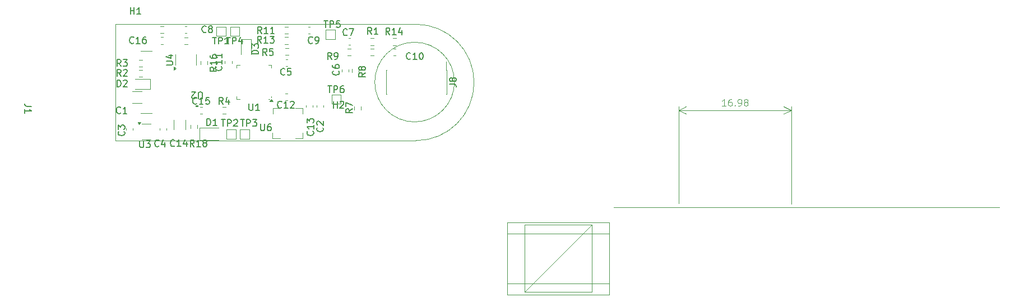
<source format=gbr>
%TF.GenerationSoftware,KiCad,Pcbnew,9.0.2*%
%TF.CreationDate,2025-10-12T11:55:11+02:00*%
%TF.ProjectId,synthmate_L432,73796e74-686d-4617-9465-5f4c3433322e,rev?*%
%TF.SameCoordinates,Original*%
%TF.FileFunction,Legend,Top*%
%TF.FilePolarity,Positive*%
%FSLAX46Y46*%
G04 Gerber Fmt 4.6, Leading zero omitted, Abs format (unit mm)*
G04 Created by KiCad (PCBNEW 9.0.2) date 2025-10-12 11:55:11*
%MOMM*%
%LPD*%
G01*
G04 APERTURE LIST*
%ADD10C,0.100000*%
%ADD11C,0.150000*%
%ADD12C,0.120000*%
%ADD13C,0.000000*%
G04 APERTURE END LIST*
D10*
X166290000Y-65900000D02*
X224600000Y-65900000D01*
X136440000Y-38270000D02*
X91060000Y-38270000D01*
X152845000Y-68595000D02*
X163005000Y-68595000D01*
X163005000Y-78755000D01*
X152845000Y-78755000D01*
X152845000Y-68595000D01*
X91060000Y-38270000D02*
X91060000Y-55850000D01*
X150200000Y-69925000D02*
X165650000Y-69925000D01*
X165650000Y-77425000D01*
X150200000Y-77425000D01*
X150200000Y-69925000D01*
X152845000Y-78755000D02*
X163005000Y-68595000D01*
X142270133Y-47000000D02*
G75*
G02*
X130229867Y-47000000I-6020133J0D01*
G01*
X130229867Y-47000000D02*
G75*
G02*
X142270133Y-47000000I6020133J0D01*
G01*
X91060000Y-55850000D02*
X136440000Y-55850000D01*
X136440000Y-38270000D02*
G75*
G02*
X136440000Y-55850000I0J-8790000D01*
G01*
X150200000Y-68250000D02*
X165650000Y-68250000D01*
X165650000Y-79100000D01*
X150200000Y-79100000D01*
X150200000Y-68250000D01*
X183259047Y-50597419D02*
X182687619Y-50597419D01*
X182973333Y-50597419D02*
X182973333Y-49597419D01*
X182973333Y-49597419D02*
X182878095Y-49740276D01*
X182878095Y-49740276D02*
X182782857Y-49835514D01*
X182782857Y-49835514D02*
X182687619Y-49883133D01*
X184116190Y-49597419D02*
X183925714Y-49597419D01*
X183925714Y-49597419D02*
X183830476Y-49645038D01*
X183830476Y-49645038D02*
X183782857Y-49692657D01*
X183782857Y-49692657D02*
X183687619Y-49835514D01*
X183687619Y-49835514D02*
X183640000Y-50025990D01*
X183640000Y-50025990D02*
X183640000Y-50406942D01*
X183640000Y-50406942D02*
X183687619Y-50502180D01*
X183687619Y-50502180D02*
X183735238Y-50549800D01*
X183735238Y-50549800D02*
X183830476Y-50597419D01*
X183830476Y-50597419D02*
X184020952Y-50597419D01*
X184020952Y-50597419D02*
X184116190Y-50549800D01*
X184116190Y-50549800D02*
X184163809Y-50502180D01*
X184163809Y-50502180D02*
X184211428Y-50406942D01*
X184211428Y-50406942D02*
X184211428Y-50168847D01*
X184211428Y-50168847D02*
X184163809Y-50073609D01*
X184163809Y-50073609D02*
X184116190Y-50025990D01*
X184116190Y-50025990D02*
X184020952Y-49978371D01*
X184020952Y-49978371D02*
X183830476Y-49978371D01*
X183830476Y-49978371D02*
X183735238Y-50025990D01*
X183735238Y-50025990D02*
X183687619Y-50073609D01*
X183687619Y-50073609D02*
X183640000Y-50168847D01*
X184640000Y-50502180D02*
X184687619Y-50549800D01*
X184687619Y-50549800D02*
X184640000Y-50597419D01*
X184640000Y-50597419D02*
X184592381Y-50549800D01*
X184592381Y-50549800D02*
X184640000Y-50502180D01*
X184640000Y-50502180D02*
X184640000Y-50597419D01*
X185163809Y-50597419D02*
X185354285Y-50597419D01*
X185354285Y-50597419D02*
X185449523Y-50549800D01*
X185449523Y-50549800D02*
X185497142Y-50502180D01*
X185497142Y-50502180D02*
X185592380Y-50359323D01*
X185592380Y-50359323D02*
X185639999Y-50168847D01*
X185639999Y-50168847D02*
X185639999Y-49787895D01*
X185639999Y-49787895D02*
X185592380Y-49692657D01*
X185592380Y-49692657D02*
X185544761Y-49645038D01*
X185544761Y-49645038D02*
X185449523Y-49597419D01*
X185449523Y-49597419D02*
X185259047Y-49597419D01*
X185259047Y-49597419D02*
X185163809Y-49645038D01*
X185163809Y-49645038D02*
X185116190Y-49692657D01*
X185116190Y-49692657D02*
X185068571Y-49787895D01*
X185068571Y-49787895D02*
X185068571Y-50025990D01*
X185068571Y-50025990D02*
X185116190Y-50121228D01*
X185116190Y-50121228D02*
X185163809Y-50168847D01*
X185163809Y-50168847D02*
X185259047Y-50216466D01*
X185259047Y-50216466D02*
X185449523Y-50216466D01*
X185449523Y-50216466D02*
X185544761Y-50168847D01*
X185544761Y-50168847D02*
X185592380Y-50121228D01*
X185592380Y-50121228D02*
X185639999Y-50025990D01*
X186211428Y-50025990D02*
X186116190Y-49978371D01*
X186116190Y-49978371D02*
X186068571Y-49930752D01*
X186068571Y-49930752D02*
X186020952Y-49835514D01*
X186020952Y-49835514D02*
X186020952Y-49787895D01*
X186020952Y-49787895D02*
X186068571Y-49692657D01*
X186068571Y-49692657D02*
X186116190Y-49645038D01*
X186116190Y-49645038D02*
X186211428Y-49597419D01*
X186211428Y-49597419D02*
X186401904Y-49597419D01*
X186401904Y-49597419D02*
X186497142Y-49645038D01*
X186497142Y-49645038D02*
X186544761Y-49692657D01*
X186544761Y-49692657D02*
X186592380Y-49787895D01*
X186592380Y-49787895D02*
X186592380Y-49835514D01*
X186592380Y-49835514D02*
X186544761Y-49930752D01*
X186544761Y-49930752D02*
X186497142Y-49978371D01*
X186497142Y-49978371D02*
X186401904Y-50025990D01*
X186401904Y-50025990D02*
X186211428Y-50025990D01*
X186211428Y-50025990D02*
X186116190Y-50073609D01*
X186116190Y-50073609D02*
X186068571Y-50121228D01*
X186068571Y-50121228D02*
X186020952Y-50216466D01*
X186020952Y-50216466D02*
X186020952Y-50406942D01*
X186020952Y-50406942D02*
X186068571Y-50502180D01*
X186068571Y-50502180D02*
X186116190Y-50549800D01*
X186116190Y-50549800D02*
X186211428Y-50597419D01*
X186211428Y-50597419D02*
X186401904Y-50597419D01*
X186401904Y-50597419D02*
X186497142Y-50549800D01*
X186497142Y-50549800D02*
X186544761Y-50502180D01*
X186544761Y-50502180D02*
X186592380Y-50406942D01*
X186592380Y-50406942D02*
X186592380Y-50216466D01*
X186592380Y-50216466D02*
X186544761Y-50121228D01*
X186544761Y-50121228D02*
X186497142Y-50073609D01*
X186497142Y-50073609D02*
X186401904Y-50025990D01*
X176150000Y-65350000D02*
X176150000Y-50653580D01*
X193130000Y-50653580D02*
X193130000Y-65440000D01*
X176150000Y-51240000D02*
X193130000Y-51240000D01*
X176150000Y-51240000D02*
X177276504Y-50653579D01*
X176150000Y-51240000D02*
X177276504Y-51826421D01*
X193130000Y-51240000D02*
X192003496Y-51826421D01*
X193130000Y-51240000D02*
X192003496Y-50653579D01*
D11*
X123988095Y-50904819D02*
X123988095Y-49904819D01*
X123988095Y-50381009D02*
X124559523Y-50381009D01*
X124559523Y-50904819D02*
X124559523Y-49904819D01*
X124988095Y-50000057D02*
X125035714Y-49952438D01*
X125035714Y-49952438D02*
X125130952Y-49904819D01*
X125130952Y-49904819D02*
X125369047Y-49904819D01*
X125369047Y-49904819D02*
X125464285Y-49952438D01*
X125464285Y-49952438D02*
X125511904Y-50000057D01*
X125511904Y-50000057D02*
X125559523Y-50095295D01*
X125559523Y-50095295D02*
X125559523Y-50190533D01*
X125559523Y-50190533D02*
X125511904Y-50333390D01*
X125511904Y-50333390D02*
X124940476Y-50904819D01*
X124940476Y-50904819D02*
X125559523Y-50904819D01*
X93318095Y-36724819D02*
X93318095Y-35724819D01*
X93318095Y-36201009D02*
X93889523Y-36201009D01*
X93889523Y-36724819D02*
X93889523Y-35724819D01*
X94889523Y-36724819D02*
X94318095Y-36724819D01*
X94603809Y-36724819D02*
X94603809Y-35724819D01*
X94603809Y-35724819D02*
X94508571Y-35867676D01*
X94508571Y-35867676D02*
X94413333Y-35962914D01*
X94413333Y-35962914D02*
X94318095Y-36010533D01*
X123148095Y-47586819D02*
X123719523Y-47586819D01*
X123433809Y-48586819D02*
X123433809Y-47586819D01*
X124052857Y-48586819D02*
X124052857Y-47586819D01*
X124052857Y-47586819D02*
X124433809Y-47586819D01*
X124433809Y-47586819D02*
X124529047Y-47634438D01*
X124529047Y-47634438D02*
X124576666Y-47682057D01*
X124576666Y-47682057D02*
X124624285Y-47777295D01*
X124624285Y-47777295D02*
X124624285Y-47920152D01*
X124624285Y-47920152D02*
X124576666Y-48015390D01*
X124576666Y-48015390D02*
X124529047Y-48063009D01*
X124529047Y-48063009D02*
X124433809Y-48110628D01*
X124433809Y-48110628D02*
X124052857Y-48110628D01*
X125481428Y-47586819D02*
X125290952Y-47586819D01*
X125290952Y-47586819D02*
X125195714Y-47634438D01*
X125195714Y-47634438D02*
X125148095Y-47682057D01*
X125148095Y-47682057D02*
X125052857Y-47824914D01*
X125052857Y-47824914D02*
X125005238Y-48015390D01*
X125005238Y-48015390D02*
X125005238Y-48396342D01*
X125005238Y-48396342D02*
X125052857Y-48491580D01*
X125052857Y-48491580D02*
X125100476Y-48539200D01*
X125100476Y-48539200D02*
X125195714Y-48586819D01*
X125195714Y-48586819D02*
X125386190Y-48586819D01*
X125386190Y-48586819D02*
X125481428Y-48539200D01*
X125481428Y-48539200D02*
X125529047Y-48491580D01*
X125529047Y-48491580D02*
X125576666Y-48396342D01*
X125576666Y-48396342D02*
X125576666Y-48158247D01*
X125576666Y-48158247D02*
X125529047Y-48063009D01*
X125529047Y-48063009D02*
X125481428Y-48015390D01*
X125481428Y-48015390D02*
X125386190Y-47967771D01*
X125386190Y-47967771D02*
X125195714Y-47967771D01*
X125195714Y-47967771D02*
X125100476Y-48015390D01*
X125100476Y-48015390D02*
X125052857Y-48063009D01*
X125052857Y-48063009D02*
X125005238Y-48158247D01*
X122558095Y-37734819D02*
X123129523Y-37734819D01*
X122843809Y-38734819D02*
X122843809Y-37734819D01*
X123462857Y-38734819D02*
X123462857Y-37734819D01*
X123462857Y-37734819D02*
X123843809Y-37734819D01*
X123843809Y-37734819D02*
X123939047Y-37782438D01*
X123939047Y-37782438D02*
X123986666Y-37830057D01*
X123986666Y-37830057D02*
X124034285Y-37925295D01*
X124034285Y-37925295D02*
X124034285Y-38068152D01*
X124034285Y-38068152D02*
X123986666Y-38163390D01*
X123986666Y-38163390D02*
X123939047Y-38211009D01*
X123939047Y-38211009D02*
X123843809Y-38258628D01*
X123843809Y-38258628D02*
X123462857Y-38258628D01*
X124939047Y-37734819D02*
X124462857Y-37734819D01*
X124462857Y-37734819D02*
X124415238Y-38211009D01*
X124415238Y-38211009D02*
X124462857Y-38163390D01*
X124462857Y-38163390D02*
X124558095Y-38115771D01*
X124558095Y-38115771D02*
X124796190Y-38115771D01*
X124796190Y-38115771D02*
X124891428Y-38163390D01*
X124891428Y-38163390D02*
X124939047Y-38211009D01*
X124939047Y-38211009D02*
X124986666Y-38306247D01*
X124986666Y-38306247D02*
X124986666Y-38544342D01*
X124986666Y-38544342D02*
X124939047Y-38639580D01*
X124939047Y-38639580D02*
X124891428Y-38687200D01*
X124891428Y-38687200D02*
X124796190Y-38734819D01*
X124796190Y-38734819D02*
X124558095Y-38734819D01*
X124558095Y-38734819D02*
X124462857Y-38687200D01*
X124462857Y-38687200D02*
X124415238Y-38639580D01*
X107828095Y-40242819D02*
X108399523Y-40242819D01*
X108113809Y-41242819D02*
X108113809Y-40242819D01*
X108732857Y-41242819D02*
X108732857Y-40242819D01*
X108732857Y-40242819D02*
X109113809Y-40242819D01*
X109113809Y-40242819D02*
X109209047Y-40290438D01*
X109209047Y-40290438D02*
X109256666Y-40338057D01*
X109256666Y-40338057D02*
X109304285Y-40433295D01*
X109304285Y-40433295D02*
X109304285Y-40576152D01*
X109304285Y-40576152D02*
X109256666Y-40671390D01*
X109256666Y-40671390D02*
X109209047Y-40719009D01*
X109209047Y-40719009D02*
X109113809Y-40766628D01*
X109113809Y-40766628D02*
X108732857Y-40766628D01*
X110161428Y-40576152D02*
X110161428Y-41242819D01*
X109923333Y-40195200D02*
X109685238Y-40909485D01*
X109685238Y-40909485D02*
X110304285Y-40909485D01*
X109958095Y-52674819D02*
X110529523Y-52674819D01*
X110243809Y-53674819D02*
X110243809Y-52674819D01*
X110862857Y-53674819D02*
X110862857Y-52674819D01*
X110862857Y-52674819D02*
X111243809Y-52674819D01*
X111243809Y-52674819D02*
X111339047Y-52722438D01*
X111339047Y-52722438D02*
X111386666Y-52770057D01*
X111386666Y-52770057D02*
X111434285Y-52865295D01*
X111434285Y-52865295D02*
X111434285Y-53008152D01*
X111434285Y-53008152D02*
X111386666Y-53103390D01*
X111386666Y-53103390D02*
X111339047Y-53151009D01*
X111339047Y-53151009D02*
X111243809Y-53198628D01*
X111243809Y-53198628D02*
X110862857Y-53198628D01*
X111767619Y-52674819D02*
X112386666Y-52674819D01*
X112386666Y-52674819D02*
X112053333Y-53055771D01*
X112053333Y-53055771D02*
X112196190Y-53055771D01*
X112196190Y-53055771D02*
X112291428Y-53103390D01*
X112291428Y-53103390D02*
X112339047Y-53151009D01*
X112339047Y-53151009D02*
X112386666Y-53246247D01*
X112386666Y-53246247D02*
X112386666Y-53484342D01*
X112386666Y-53484342D02*
X112339047Y-53579580D01*
X112339047Y-53579580D02*
X112291428Y-53627200D01*
X112291428Y-53627200D02*
X112196190Y-53674819D01*
X112196190Y-53674819D02*
X111910476Y-53674819D01*
X111910476Y-53674819D02*
X111815238Y-53627200D01*
X111815238Y-53627200D02*
X111767619Y-53579580D01*
X107068095Y-52674819D02*
X107639523Y-52674819D01*
X107353809Y-53674819D02*
X107353809Y-52674819D01*
X107972857Y-53674819D02*
X107972857Y-52674819D01*
X107972857Y-52674819D02*
X108353809Y-52674819D01*
X108353809Y-52674819D02*
X108449047Y-52722438D01*
X108449047Y-52722438D02*
X108496666Y-52770057D01*
X108496666Y-52770057D02*
X108544285Y-52865295D01*
X108544285Y-52865295D02*
X108544285Y-53008152D01*
X108544285Y-53008152D02*
X108496666Y-53103390D01*
X108496666Y-53103390D02*
X108449047Y-53151009D01*
X108449047Y-53151009D02*
X108353809Y-53198628D01*
X108353809Y-53198628D02*
X107972857Y-53198628D01*
X108925238Y-52770057D02*
X108972857Y-52722438D01*
X108972857Y-52722438D02*
X109068095Y-52674819D01*
X109068095Y-52674819D02*
X109306190Y-52674819D01*
X109306190Y-52674819D02*
X109401428Y-52722438D01*
X109401428Y-52722438D02*
X109449047Y-52770057D01*
X109449047Y-52770057D02*
X109496666Y-52865295D01*
X109496666Y-52865295D02*
X109496666Y-52960533D01*
X109496666Y-52960533D02*
X109449047Y-53103390D01*
X109449047Y-53103390D02*
X108877619Y-53674819D01*
X108877619Y-53674819D02*
X109496666Y-53674819D01*
X105738095Y-40242819D02*
X106309523Y-40242819D01*
X106023809Y-41242819D02*
X106023809Y-40242819D01*
X106642857Y-41242819D02*
X106642857Y-40242819D01*
X106642857Y-40242819D02*
X107023809Y-40242819D01*
X107023809Y-40242819D02*
X107119047Y-40290438D01*
X107119047Y-40290438D02*
X107166666Y-40338057D01*
X107166666Y-40338057D02*
X107214285Y-40433295D01*
X107214285Y-40433295D02*
X107214285Y-40576152D01*
X107214285Y-40576152D02*
X107166666Y-40671390D01*
X107166666Y-40671390D02*
X107119047Y-40719009D01*
X107119047Y-40719009D02*
X107023809Y-40766628D01*
X107023809Y-40766628D02*
X106642857Y-40766628D01*
X108166666Y-41242819D02*
X107595238Y-41242819D01*
X107880952Y-41242819D02*
X107880952Y-40242819D01*
X107880952Y-40242819D02*
X107785714Y-40385676D01*
X107785714Y-40385676D02*
X107690476Y-40480914D01*
X107690476Y-40480914D02*
X107595238Y-40528533D01*
X113008095Y-53344819D02*
X113008095Y-54154342D01*
X113008095Y-54154342D02*
X113055714Y-54249580D01*
X113055714Y-54249580D02*
X113103333Y-54297200D01*
X113103333Y-54297200D02*
X113198571Y-54344819D01*
X113198571Y-54344819D02*
X113389047Y-54344819D01*
X113389047Y-54344819D02*
X113484285Y-54297200D01*
X113484285Y-54297200D02*
X113531904Y-54249580D01*
X113531904Y-54249580D02*
X113579523Y-54154342D01*
X113579523Y-54154342D02*
X113579523Y-53344819D01*
X114484285Y-53344819D02*
X114293809Y-53344819D01*
X114293809Y-53344819D02*
X114198571Y-53392438D01*
X114198571Y-53392438D02*
X114150952Y-53440057D01*
X114150952Y-53440057D02*
X114055714Y-53582914D01*
X114055714Y-53582914D02*
X114008095Y-53773390D01*
X114008095Y-53773390D02*
X114008095Y-54154342D01*
X114008095Y-54154342D02*
X114055714Y-54249580D01*
X114055714Y-54249580D02*
X114103333Y-54297200D01*
X114103333Y-54297200D02*
X114198571Y-54344819D01*
X114198571Y-54344819D02*
X114389047Y-54344819D01*
X114389047Y-54344819D02*
X114484285Y-54297200D01*
X114484285Y-54297200D02*
X114531904Y-54249580D01*
X114531904Y-54249580D02*
X114579523Y-54154342D01*
X114579523Y-54154342D02*
X114579523Y-53916247D01*
X114579523Y-53916247D02*
X114531904Y-53821009D01*
X114531904Y-53821009D02*
X114484285Y-53773390D01*
X114484285Y-53773390D02*
X114389047Y-53725771D01*
X114389047Y-53725771D02*
X114198571Y-53725771D01*
X114198571Y-53725771D02*
X114103333Y-53773390D01*
X114103333Y-53773390D02*
X114055714Y-53821009D01*
X114055714Y-53821009D02*
X114008095Y-53916247D01*
X120899580Y-54442857D02*
X120947200Y-54490476D01*
X120947200Y-54490476D02*
X120994819Y-54633333D01*
X120994819Y-54633333D02*
X120994819Y-54728571D01*
X120994819Y-54728571D02*
X120947200Y-54871428D01*
X120947200Y-54871428D02*
X120851961Y-54966666D01*
X120851961Y-54966666D02*
X120756723Y-55014285D01*
X120756723Y-55014285D02*
X120566247Y-55061904D01*
X120566247Y-55061904D02*
X120423390Y-55061904D01*
X120423390Y-55061904D02*
X120232914Y-55014285D01*
X120232914Y-55014285D02*
X120137676Y-54966666D01*
X120137676Y-54966666D02*
X120042438Y-54871428D01*
X120042438Y-54871428D02*
X119994819Y-54728571D01*
X119994819Y-54728571D02*
X119994819Y-54633333D01*
X119994819Y-54633333D02*
X120042438Y-54490476D01*
X120042438Y-54490476D02*
X120090057Y-54442857D01*
X120994819Y-53490476D02*
X120994819Y-54061904D01*
X120994819Y-53776190D02*
X119994819Y-53776190D01*
X119994819Y-53776190D02*
X120137676Y-53871428D01*
X120137676Y-53871428D02*
X120232914Y-53966666D01*
X120232914Y-53966666D02*
X120280533Y-54061904D01*
X119994819Y-53157142D02*
X119994819Y-52538095D01*
X119994819Y-52538095D02*
X120375771Y-52871428D01*
X120375771Y-52871428D02*
X120375771Y-52728571D01*
X120375771Y-52728571D02*
X120423390Y-52633333D01*
X120423390Y-52633333D02*
X120471009Y-52585714D01*
X120471009Y-52585714D02*
X120566247Y-52538095D01*
X120566247Y-52538095D02*
X120804342Y-52538095D01*
X120804342Y-52538095D02*
X120899580Y-52585714D01*
X120899580Y-52585714D02*
X120947200Y-52633333D01*
X120947200Y-52633333D02*
X120994819Y-52728571D01*
X120994819Y-52728571D02*
X120994819Y-53014285D01*
X120994819Y-53014285D02*
X120947200Y-53109523D01*
X120947200Y-53109523D02*
X120899580Y-53157142D01*
X113104642Y-41094819D02*
X112771309Y-40618628D01*
X112533214Y-41094819D02*
X112533214Y-40094819D01*
X112533214Y-40094819D02*
X112914166Y-40094819D01*
X112914166Y-40094819D02*
X113009404Y-40142438D01*
X113009404Y-40142438D02*
X113057023Y-40190057D01*
X113057023Y-40190057D02*
X113104642Y-40285295D01*
X113104642Y-40285295D02*
X113104642Y-40428152D01*
X113104642Y-40428152D02*
X113057023Y-40523390D01*
X113057023Y-40523390D02*
X113009404Y-40571009D01*
X113009404Y-40571009D02*
X112914166Y-40618628D01*
X112914166Y-40618628D02*
X112533214Y-40618628D01*
X114057023Y-41094819D02*
X113485595Y-41094819D01*
X113771309Y-41094819D02*
X113771309Y-40094819D01*
X113771309Y-40094819D02*
X113676071Y-40237676D01*
X113676071Y-40237676D02*
X113580833Y-40332914D01*
X113580833Y-40332914D02*
X113485595Y-40380533D01*
X114390357Y-40094819D02*
X115009404Y-40094819D01*
X115009404Y-40094819D02*
X114676071Y-40475771D01*
X114676071Y-40475771D02*
X114818928Y-40475771D01*
X114818928Y-40475771D02*
X114914166Y-40523390D01*
X114914166Y-40523390D02*
X114961785Y-40571009D01*
X114961785Y-40571009D02*
X115009404Y-40666247D01*
X115009404Y-40666247D02*
X115009404Y-40904342D01*
X115009404Y-40904342D02*
X114961785Y-40999580D01*
X114961785Y-40999580D02*
X114914166Y-41047200D01*
X114914166Y-41047200D02*
X114818928Y-41094819D01*
X114818928Y-41094819D02*
X114533214Y-41094819D01*
X114533214Y-41094819D02*
X114437976Y-41047200D01*
X114437976Y-41047200D02*
X114390357Y-40999580D01*
X91311905Y-47704819D02*
X91311905Y-46704819D01*
X91311905Y-46704819D02*
X91550000Y-46704819D01*
X91550000Y-46704819D02*
X91692857Y-46752438D01*
X91692857Y-46752438D02*
X91788095Y-46847676D01*
X91788095Y-46847676D02*
X91835714Y-46942914D01*
X91835714Y-46942914D02*
X91883333Y-47133390D01*
X91883333Y-47133390D02*
X91883333Y-47276247D01*
X91883333Y-47276247D02*
X91835714Y-47466723D01*
X91835714Y-47466723D02*
X91788095Y-47561961D01*
X91788095Y-47561961D02*
X91692857Y-47657200D01*
X91692857Y-47657200D02*
X91550000Y-47704819D01*
X91550000Y-47704819D02*
X91311905Y-47704819D01*
X92264286Y-46800057D02*
X92311905Y-46752438D01*
X92311905Y-46752438D02*
X92407143Y-46704819D01*
X92407143Y-46704819D02*
X92645238Y-46704819D01*
X92645238Y-46704819D02*
X92740476Y-46752438D01*
X92740476Y-46752438D02*
X92788095Y-46800057D01*
X92788095Y-46800057D02*
X92835714Y-46895295D01*
X92835714Y-46895295D02*
X92835714Y-46990533D01*
X92835714Y-46990533D02*
X92788095Y-47133390D01*
X92788095Y-47133390D02*
X92216667Y-47704819D01*
X92216667Y-47704819D02*
X92835714Y-47704819D01*
X103357142Y-50229580D02*
X103309523Y-50277200D01*
X103309523Y-50277200D02*
X103166666Y-50324819D01*
X103166666Y-50324819D02*
X103071428Y-50324819D01*
X103071428Y-50324819D02*
X102928571Y-50277200D01*
X102928571Y-50277200D02*
X102833333Y-50181961D01*
X102833333Y-50181961D02*
X102785714Y-50086723D01*
X102785714Y-50086723D02*
X102738095Y-49896247D01*
X102738095Y-49896247D02*
X102738095Y-49753390D01*
X102738095Y-49753390D02*
X102785714Y-49562914D01*
X102785714Y-49562914D02*
X102833333Y-49467676D01*
X102833333Y-49467676D02*
X102928571Y-49372438D01*
X102928571Y-49372438D02*
X103071428Y-49324819D01*
X103071428Y-49324819D02*
X103166666Y-49324819D01*
X103166666Y-49324819D02*
X103309523Y-49372438D01*
X103309523Y-49372438D02*
X103357142Y-49420057D01*
X104309523Y-50324819D02*
X103738095Y-50324819D01*
X104023809Y-50324819D02*
X104023809Y-49324819D01*
X104023809Y-49324819D02*
X103928571Y-49467676D01*
X103928571Y-49467676D02*
X103833333Y-49562914D01*
X103833333Y-49562914D02*
X103738095Y-49610533D01*
X105214285Y-49324819D02*
X104738095Y-49324819D01*
X104738095Y-49324819D02*
X104690476Y-49801009D01*
X104690476Y-49801009D02*
X104738095Y-49753390D01*
X104738095Y-49753390D02*
X104833333Y-49705771D01*
X104833333Y-49705771D02*
X105071428Y-49705771D01*
X105071428Y-49705771D02*
X105166666Y-49753390D01*
X105166666Y-49753390D02*
X105214285Y-49801009D01*
X105214285Y-49801009D02*
X105261904Y-49896247D01*
X105261904Y-49896247D02*
X105261904Y-50134342D01*
X105261904Y-50134342D02*
X105214285Y-50229580D01*
X105214285Y-50229580D02*
X105166666Y-50277200D01*
X105166666Y-50277200D02*
X105071428Y-50324819D01*
X105071428Y-50324819D02*
X104833333Y-50324819D01*
X104833333Y-50324819D02*
X104738095Y-50277200D01*
X104738095Y-50277200D02*
X104690476Y-50229580D01*
X104151904Y-49497624D02*
X104151904Y-48688101D01*
X104151904Y-48688101D02*
X104104285Y-48592863D01*
X104104285Y-48592863D02*
X104056666Y-48545244D01*
X104056666Y-48545244D02*
X103961428Y-48497624D01*
X103961428Y-48497624D02*
X103770952Y-48497624D01*
X103770952Y-48497624D02*
X103675714Y-48545244D01*
X103675714Y-48545244D02*
X103628095Y-48592863D01*
X103628095Y-48592863D02*
X103580476Y-48688101D01*
X103580476Y-48688101D02*
X103580476Y-49497624D01*
X103151904Y-49402386D02*
X103104285Y-49450005D01*
X103104285Y-49450005D02*
X103009047Y-49497624D01*
X103009047Y-49497624D02*
X102770952Y-49497624D01*
X102770952Y-49497624D02*
X102675714Y-49450005D01*
X102675714Y-49450005D02*
X102628095Y-49402386D01*
X102628095Y-49402386D02*
X102580476Y-49307148D01*
X102580476Y-49307148D02*
X102580476Y-49211910D01*
X102580476Y-49211910D02*
X102628095Y-49069053D01*
X102628095Y-49069053D02*
X103199523Y-48497624D01*
X103199523Y-48497624D02*
X102580476Y-48497624D01*
X112664819Y-42770594D02*
X111664819Y-42770594D01*
X111664819Y-42770594D02*
X111664819Y-42532499D01*
X111664819Y-42532499D02*
X111712438Y-42389642D01*
X111712438Y-42389642D02*
X111807676Y-42294404D01*
X111807676Y-42294404D02*
X111902914Y-42246785D01*
X111902914Y-42246785D02*
X112093390Y-42199166D01*
X112093390Y-42199166D02*
X112236247Y-42199166D01*
X112236247Y-42199166D02*
X112426723Y-42246785D01*
X112426723Y-42246785D02*
X112521961Y-42294404D01*
X112521961Y-42294404D02*
X112617200Y-42389642D01*
X112617200Y-42389642D02*
X112664819Y-42532499D01*
X112664819Y-42532499D02*
X112664819Y-42770594D01*
X111664819Y-41865832D02*
X111664819Y-41246785D01*
X111664819Y-41246785D02*
X112045771Y-41580118D01*
X112045771Y-41580118D02*
X112045771Y-41437261D01*
X112045771Y-41437261D02*
X112093390Y-41342023D01*
X112093390Y-41342023D02*
X112141009Y-41294404D01*
X112141009Y-41294404D02*
X112236247Y-41246785D01*
X112236247Y-41246785D02*
X112474342Y-41246785D01*
X112474342Y-41246785D02*
X112569580Y-41294404D01*
X112569580Y-41294404D02*
X112617200Y-41342023D01*
X112617200Y-41342023D02*
X112664819Y-41437261D01*
X112664819Y-41437261D02*
X112664819Y-41722975D01*
X112664819Y-41722975D02*
X112617200Y-41818213D01*
X112617200Y-41818213D02*
X112569580Y-41865832D01*
X135627142Y-43469580D02*
X135579523Y-43517200D01*
X135579523Y-43517200D02*
X135436666Y-43564819D01*
X135436666Y-43564819D02*
X135341428Y-43564819D01*
X135341428Y-43564819D02*
X135198571Y-43517200D01*
X135198571Y-43517200D02*
X135103333Y-43421961D01*
X135103333Y-43421961D02*
X135055714Y-43326723D01*
X135055714Y-43326723D02*
X135008095Y-43136247D01*
X135008095Y-43136247D02*
X135008095Y-42993390D01*
X135008095Y-42993390D02*
X135055714Y-42802914D01*
X135055714Y-42802914D02*
X135103333Y-42707676D01*
X135103333Y-42707676D02*
X135198571Y-42612438D01*
X135198571Y-42612438D02*
X135341428Y-42564819D01*
X135341428Y-42564819D02*
X135436666Y-42564819D01*
X135436666Y-42564819D02*
X135579523Y-42612438D01*
X135579523Y-42612438D02*
X135627142Y-42660057D01*
X136579523Y-43564819D02*
X136008095Y-43564819D01*
X136293809Y-43564819D02*
X136293809Y-42564819D01*
X136293809Y-42564819D02*
X136198571Y-42707676D01*
X136198571Y-42707676D02*
X136103333Y-42802914D01*
X136103333Y-42802914D02*
X136008095Y-42850533D01*
X137198571Y-42564819D02*
X137293809Y-42564819D01*
X137293809Y-42564819D02*
X137389047Y-42612438D01*
X137389047Y-42612438D02*
X137436666Y-42660057D01*
X137436666Y-42660057D02*
X137484285Y-42755295D01*
X137484285Y-42755295D02*
X137531904Y-42945771D01*
X137531904Y-42945771D02*
X137531904Y-43183866D01*
X137531904Y-43183866D02*
X137484285Y-43374342D01*
X137484285Y-43374342D02*
X137436666Y-43469580D01*
X137436666Y-43469580D02*
X137389047Y-43517200D01*
X137389047Y-43517200D02*
X137293809Y-43564819D01*
X137293809Y-43564819D02*
X137198571Y-43564819D01*
X137198571Y-43564819D02*
X137103333Y-43517200D01*
X137103333Y-43517200D02*
X137055714Y-43469580D01*
X137055714Y-43469580D02*
X137008095Y-43374342D01*
X137008095Y-43374342D02*
X136960476Y-43183866D01*
X136960476Y-43183866D02*
X136960476Y-42945771D01*
X136960476Y-42945771D02*
X137008095Y-42755295D01*
X137008095Y-42755295D02*
X137055714Y-42660057D01*
X137055714Y-42660057D02*
X137103333Y-42612438D01*
X137103333Y-42612438D02*
X137198571Y-42564819D01*
X94738095Y-55884819D02*
X94738095Y-56694342D01*
X94738095Y-56694342D02*
X94785714Y-56789580D01*
X94785714Y-56789580D02*
X94833333Y-56837200D01*
X94833333Y-56837200D02*
X94928571Y-56884819D01*
X94928571Y-56884819D02*
X95119047Y-56884819D01*
X95119047Y-56884819D02*
X95214285Y-56837200D01*
X95214285Y-56837200D02*
X95261904Y-56789580D01*
X95261904Y-56789580D02*
X95309523Y-56694342D01*
X95309523Y-56694342D02*
X95309523Y-55884819D01*
X95690476Y-55884819D02*
X96309523Y-55884819D01*
X96309523Y-55884819D02*
X95976190Y-56265771D01*
X95976190Y-56265771D02*
X96119047Y-56265771D01*
X96119047Y-56265771D02*
X96214285Y-56313390D01*
X96214285Y-56313390D02*
X96261904Y-56361009D01*
X96261904Y-56361009D02*
X96309523Y-56456247D01*
X96309523Y-56456247D02*
X96309523Y-56694342D01*
X96309523Y-56694342D02*
X96261904Y-56789580D01*
X96261904Y-56789580D02*
X96214285Y-56837200D01*
X96214285Y-56837200D02*
X96119047Y-56884819D01*
X96119047Y-56884819D02*
X95833333Y-56884819D01*
X95833333Y-56884819D02*
X95738095Y-56837200D01*
X95738095Y-56837200D02*
X95690476Y-56789580D01*
X113154642Y-39644819D02*
X112821309Y-39168628D01*
X112583214Y-39644819D02*
X112583214Y-38644819D01*
X112583214Y-38644819D02*
X112964166Y-38644819D01*
X112964166Y-38644819D02*
X113059404Y-38692438D01*
X113059404Y-38692438D02*
X113107023Y-38740057D01*
X113107023Y-38740057D02*
X113154642Y-38835295D01*
X113154642Y-38835295D02*
X113154642Y-38978152D01*
X113154642Y-38978152D02*
X113107023Y-39073390D01*
X113107023Y-39073390D02*
X113059404Y-39121009D01*
X113059404Y-39121009D02*
X112964166Y-39168628D01*
X112964166Y-39168628D02*
X112583214Y-39168628D01*
X114107023Y-39644819D02*
X113535595Y-39644819D01*
X113821309Y-39644819D02*
X113821309Y-38644819D01*
X113821309Y-38644819D02*
X113726071Y-38787676D01*
X113726071Y-38787676D02*
X113630833Y-38882914D01*
X113630833Y-38882914D02*
X113535595Y-38930533D01*
X115059404Y-39644819D02*
X114487976Y-39644819D01*
X114773690Y-39644819D02*
X114773690Y-38644819D01*
X114773690Y-38644819D02*
X114678452Y-38787676D01*
X114678452Y-38787676D02*
X114583214Y-38882914D01*
X114583214Y-38882914D02*
X114487976Y-38930533D01*
X124769580Y-45316666D02*
X124817200Y-45364285D01*
X124817200Y-45364285D02*
X124864819Y-45507142D01*
X124864819Y-45507142D02*
X124864819Y-45602380D01*
X124864819Y-45602380D02*
X124817200Y-45745237D01*
X124817200Y-45745237D02*
X124721961Y-45840475D01*
X124721961Y-45840475D02*
X124626723Y-45888094D01*
X124626723Y-45888094D02*
X124436247Y-45935713D01*
X124436247Y-45935713D02*
X124293390Y-45935713D01*
X124293390Y-45935713D02*
X124102914Y-45888094D01*
X124102914Y-45888094D02*
X124007676Y-45840475D01*
X124007676Y-45840475D02*
X123912438Y-45745237D01*
X123912438Y-45745237D02*
X123864819Y-45602380D01*
X123864819Y-45602380D02*
X123864819Y-45507142D01*
X123864819Y-45507142D02*
X123912438Y-45364285D01*
X123912438Y-45364285D02*
X123960057Y-45316666D01*
X123864819Y-44459523D02*
X123864819Y-44649999D01*
X123864819Y-44649999D02*
X123912438Y-44745237D01*
X123912438Y-44745237D02*
X123960057Y-44792856D01*
X123960057Y-44792856D02*
X124102914Y-44888094D01*
X124102914Y-44888094D02*
X124293390Y-44935713D01*
X124293390Y-44935713D02*
X124674342Y-44935713D01*
X124674342Y-44935713D02*
X124769580Y-44888094D01*
X124769580Y-44888094D02*
X124817200Y-44840475D01*
X124817200Y-44840475D02*
X124864819Y-44745237D01*
X124864819Y-44745237D02*
X124864819Y-44554761D01*
X124864819Y-44554761D02*
X124817200Y-44459523D01*
X124817200Y-44459523D02*
X124769580Y-44411904D01*
X124769580Y-44411904D02*
X124674342Y-44364285D01*
X124674342Y-44364285D02*
X124436247Y-44364285D01*
X124436247Y-44364285D02*
X124341009Y-44411904D01*
X124341009Y-44411904D02*
X124293390Y-44459523D01*
X124293390Y-44459523D02*
X124245771Y-44554761D01*
X124245771Y-44554761D02*
X124245771Y-44745237D01*
X124245771Y-44745237D02*
X124293390Y-44840475D01*
X124293390Y-44840475D02*
X124341009Y-44888094D01*
X124341009Y-44888094D02*
X124436247Y-44935713D01*
X116167142Y-50809580D02*
X116119523Y-50857200D01*
X116119523Y-50857200D02*
X115976666Y-50904819D01*
X115976666Y-50904819D02*
X115881428Y-50904819D01*
X115881428Y-50904819D02*
X115738571Y-50857200D01*
X115738571Y-50857200D02*
X115643333Y-50761961D01*
X115643333Y-50761961D02*
X115595714Y-50666723D01*
X115595714Y-50666723D02*
X115548095Y-50476247D01*
X115548095Y-50476247D02*
X115548095Y-50333390D01*
X115548095Y-50333390D02*
X115595714Y-50142914D01*
X115595714Y-50142914D02*
X115643333Y-50047676D01*
X115643333Y-50047676D02*
X115738571Y-49952438D01*
X115738571Y-49952438D02*
X115881428Y-49904819D01*
X115881428Y-49904819D02*
X115976666Y-49904819D01*
X115976666Y-49904819D02*
X116119523Y-49952438D01*
X116119523Y-49952438D02*
X116167142Y-50000057D01*
X117119523Y-50904819D02*
X116548095Y-50904819D01*
X116833809Y-50904819D02*
X116833809Y-49904819D01*
X116833809Y-49904819D02*
X116738571Y-50047676D01*
X116738571Y-50047676D02*
X116643333Y-50142914D01*
X116643333Y-50142914D02*
X116548095Y-50190533D01*
X117500476Y-50000057D02*
X117548095Y-49952438D01*
X117548095Y-49952438D02*
X117643333Y-49904819D01*
X117643333Y-49904819D02*
X117881428Y-49904819D01*
X117881428Y-49904819D02*
X117976666Y-49952438D01*
X117976666Y-49952438D02*
X118024285Y-50000057D01*
X118024285Y-50000057D02*
X118071904Y-50095295D01*
X118071904Y-50095295D02*
X118071904Y-50190533D01*
X118071904Y-50190533D02*
X118024285Y-50333390D01*
X118024285Y-50333390D02*
X117452857Y-50904819D01*
X117452857Y-50904819D02*
X118071904Y-50904819D01*
X129763333Y-39774819D02*
X129430000Y-39298628D01*
X129191905Y-39774819D02*
X129191905Y-38774819D01*
X129191905Y-38774819D02*
X129572857Y-38774819D01*
X129572857Y-38774819D02*
X129668095Y-38822438D01*
X129668095Y-38822438D02*
X129715714Y-38870057D01*
X129715714Y-38870057D02*
X129763333Y-38965295D01*
X129763333Y-38965295D02*
X129763333Y-39108152D01*
X129763333Y-39108152D02*
X129715714Y-39203390D01*
X129715714Y-39203390D02*
X129668095Y-39251009D01*
X129668095Y-39251009D02*
X129572857Y-39298628D01*
X129572857Y-39298628D02*
X129191905Y-39298628D01*
X130715714Y-39774819D02*
X130144286Y-39774819D01*
X130430000Y-39774819D02*
X130430000Y-38774819D01*
X130430000Y-38774819D02*
X130334762Y-38917676D01*
X130334762Y-38917676D02*
X130239524Y-39012914D01*
X130239524Y-39012914D02*
X130144286Y-39060533D01*
X91883333Y-44604819D02*
X91550000Y-44128628D01*
X91311905Y-44604819D02*
X91311905Y-43604819D01*
X91311905Y-43604819D02*
X91692857Y-43604819D01*
X91692857Y-43604819D02*
X91788095Y-43652438D01*
X91788095Y-43652438D02*
X91835714Y-43700057D01*
X91835714Y-43700057D02*
X91883333Y-43795295D01*
X91883333Y-43795295D02*
X91883333Y-43938152D01*
X91883333Y-43938152D02*
X91835714Y-44033390D01*
X91835714Y-44033390D02*
X91788095Y-44081009D01*
X91788095Y-44081009D02*
X91692857Y-44128628D01*
X91692857Y-44128628D02*
X91311905Y-44128628D01*
X92216667Y-43604819D02*
X92835714Y-43604819D01*
X92835714Y-43604819D02*
X92502381Y-43985771D01*
X92502381Y-43985771D02*
X92645238Y-43985771D01*
X92645238Y-43985771D02*
X92740476Y-44033390D01*
X92740476Y-44033390D02*
X92788095Y-44081009D01*
X92788095Y-44081009D02*
X92835714Y-44176247D01*
X92835714Y-44176247D02*
X92835714Y-44414342D01*
X92835714Y-44414342D02*
X92788095Y-44509580D01*
X92788095Y-44509580D02*
X92740476Y-44557200D01*
X92740476Y-44557200D02*
X92645238Y-44604819D01*
X92645238Y-44604819D02*
X92359524Y-44604819D01*
X92359524Y-44604819D02*
X92264286Y-44557200D01*
X92264286Y-44557200D02*
X92216667Y-44509580D01*
X113933333Y-42954819D02*
X113600000Y-42478628D01*
X113361905Y-42954819D02*
X113361905Y-41954819D01*
X113361905Y-41954819D02*
X113742857Y-41954819D01*
X113742857Y-41954819D02*
X113838095Y-42002438D01*
X113838095Y-42002438D02*
X113885714Y-42050057D01*
X113885714Y-42050057D02*
X113933333Y-42145295D01*
X113933333Y-42145295D02*
X113933333Y-42288152D01*
X113933333Y-42288152D02*
X113885714Y-42383390D01*
X113885714Y-42383390D02*
X113838095Y-42431009D01*
X113838095Y-42431009D02*
X113742857Y-42478628D01*
X113742857Y-42478628D02*
X113361905Y-42478628D01*
X114838095Y-41954819D02*
X114361905Y-41954819D01*
X114361905Y-41954819D02*
X114314286Y-42431009D01*
X114314286Y-42431009D02*
X114361905Y-42383390D01*
X114361905Y-42383390D02*
X114457143Y-42335771D01*
X114457143Y-42335771D02*
X114695238Y-42335771D01*
X114695238Y-42335771D02*
X114790476Y-42383390D01*
X114790476Y-42383390D02*
X114838095Y-42431009D01*
X114838095Y-42431009D02*
X114885714Y-42526247D01*
X114885714Y-42526247D02*
X114885714Y-42764342D01*
X114885714Y-42764342D02*
X114838095Y-42859580D01*
X114838095Y-42859580D02*
X114790476Y-42907200D01*
X114790476Y-42907200D02*
X114695238Y-42954819D01*
X114695238Y-42954819D02*
X114457143Y-42954819D01*
X114457143Y-42954819D02*
X114361905Y-42907200D01*
X114361905Y-42907200D02*
X114314286Y-42859580D01*
X107049580Y-44632857D02*
X107097200Y-44680476D01*
X107097200Y-44680476D02*
X107144819Y-44823333D01*
X107144819Y-44823333D02*
X107144819Y-44918571D01*
X107144819Y-44918571D02*
X107097200Y-45061428D01*
X107097200Y-45061428D02*
X107001961Y-45156666D01*
X107001961Y-45156666D02*
X106906723Y-45204285D01*
X106906723Y-45204285D02*
X106716247Y-45251904D01*
X106716247Y-45251904D02*
X106573390Y-45251904D01*
X106573390Y-45251904D02*
X106382914Y-45204285D01*
X106382914Y-45204285D02*
X106287676Y-45156666D01*
X106287676Y-45156666D02*
X106192438Y-45061428D01*
X106192438Y-45061428D02*
X106144819Y-44918571D01*
X106144819Y-44918571D02*
X106144819Y-44823333D01*
X106144819Y-44823333D02*
X106192438Y-44680476D01*
X106192438Y-44680476D02*
X106240057Y-44632857D01*
X107144819Y-43680476D02*
X107144819Y-44251904D01*
X107144819Y-43966190D02*
X106144819Y-43966190D01*
X106144819Y-43966190D02*
X106287676Y-44061428D01*
X106287676Y-44061428D02*
X106382914Y-44156666D01*
X106382914Y-44156666D02*
X106430533Y-44251904D01*
X107144819Y-42728095D02*
X107144819Y-43299523D01*
X107144819Y-43013809D02*
X106144819Y-43013809D01*
X106144819Y-43013809D02*
X106287676Y-43109047D01*
X106287676Y-43109047D02*
X106382914Y-43204285D01*
X106382914Y-43204285D02*
X106430533Y-43299523D01*
X132487142Y-39814819D02*
X132153809Y-39338628D01*
X131915714Y-39814819D02*
X131915714Y-38814819D01*
X131915714Y-38814819D02*
X132296666Y-38814819D01*
X132296666Y-38814819D02*
X132391904Y-38862438D01*
X132391904Y-38862438D02*
X132439523Y-38910057D01*
X132439523Y-38910057D02*
X132487142Y-39005295D01*
X132487142Y-39005295D02*
X132487142Y-39148152D01*
X132487142Y-39148152D02*
X132439523Y-39243390D01*
X132439523Y-39243390D02*
X132391904Y-39291009D01*
X132391904Y-39291009D02*
X132296666Y-39338628D01*
X132296666Y-39338628D02*
X131915714Y-39338628D01*
X133439523Y-39814819D02*
X132868095Y-39814819D01*
X133153809Y-39814819D02*
X133153809Y-38814819D01*
X133153809Y-38814819D02*
X133058571Y-38957676D01*
X133058571Y-38957676D02*
X132963333Y-39052914D01*
X132963333Y-39052914D02*
X132868095Y-39100533D01*
X134296666Y-39148152D02*
X134296666Y-39814819D01*
X134058571Y-38767200D02*
X133820476Y-39481485D01*
X133820476Y-39481485D02*
X134439523Y-39481485D01*
X116643333Y-45839580D02*
X116595714Y-45887200D01*
X116595714Y-45887200D02*
X116452857Y-45934819D01*
X116452857Y-45934819D02*
X116357619Y-45934819D01*
X116357619Y-45934819D02*
X116214762Y-45887200D01*
X116214762Y-45887200D02*
X116119524Y-45791961D01*
X116119524Y-45791961D02*
X116071905Y-45696723D01*
X116071905Y-45696723D02*
X116024286Y-45506247D01*
X116024286Y-45506247D02*
X116024286Y-45363390D01*
X116024286Y-45363390D02*
X116071905Y-45172914D01*
X116071905Y-45172914D02*
X116119524Y-45077676D01*
X116119524Y-45077676D02*
X116214762Y-44982438D01*
X116214762Y-44982438D02*
X116357619Y-44934819D01*
X116357619Y-44934819D02*
X116452857Y-44934819D01*
X116452857Y-44934819D02*
X116595714Y-44982438D01*
X116595714Y-44982438D02*
X116643333Y-45030057D01*
X117548095Y-44934819D02*
X117071905Y-44934819D01*
X117071905Y-44934819D02*
X117024286Y-45411009D01*
X117024286Y-45411009D02*
X117071905Y-45363390D01*
X117071905Y-45363390D02*
X117167143Y-45315771D01*
X117167143Y-45315771D02*
X117405238Y-45315771D01*
X117405238Y-45315771D02*
X117500476Y-45363390D01*
X117500476Y-45363390D02*
X117548095Y-45411009D01*
X117548095Y-45411009D02*
X117595714Y-45506247D01*
X117595714Y-45506247D02*
X117595714Y-45744342D01*
X117595714Y-45744342D02*
X117548095Y-45839580D01*
X117548095Y-45839580D02*
X117500476Y-45887200D01*
X117500476Y-45887200D02*
X117405238Y-45934819D01*
X117405238Y-45934819D02*
X117167143Y-45934819D01*
X117167143Y-45934819D02*
X117071905Y-45887200D01*
X117071905Y-45887200D02*
X117024286Y-45839580D01*
X141529819Y-47333333D02*
X142244104Y-47333333D01*
X142244104Y-47333333D02*
X142386961Y-47380952D01*
X142386961Y-47380952D02*
X142482200Y-47476190D01*
X142482200Y-47476190D02*
X142529819Y-47619047D01*
X142529819Y-47619047D02*
X142529819Y-47714285D01*
X141958390Y-46714285D02*
X141910771Y-46809523D01*
X141910771Y-46809523D02*
X141863152Y-46857142D01*
X141863152Y-46857142D02*
X141767914Y-46904761D01*
X141767914Y-46904761D02*
X141720295Y-46904761D01*
X141720295Y-46904761D02*
X141625057Y-46857142D01*
X141625057Y-46857142D02*
X141577438Y-46809523D01*
X141577438Y-46809523D02*
X141529819Y-46714285D01*
X141529819Y-46714285D02*
X141529819Y-46523809D01*
X141529819Y-46523809D02*
X141577438Y-46428571D01*
X141577438Y-46428571D02*
X141625057Y-46380952D01*
X141625057Y-46380952D02*
X141720295Y-46333333D01*
X141720295Y-46333333D02*
X141767914Y-46333333D01*
X141767914Y-46333333D02*
X141863152Y-46380952D01*
X141863152Y-46380952D02*
X141910771Y-46428571D01*
X141910771Y-46428571D02*
X141958390Y-46523809D01*
X141958390Y-46523809D02*
X141958390Y-46714285D01*
X141958390Y-46714285D02*
X142006009Y-46809523D01*
X142006009Y-46809523D02*
X142053628Y-46857142D01*
X142053628Y-46857142D02*
X142148866Y-46904761D01*
X142148866Y-46904761D02*
X142339342Y-46904761D01*
X142339342Y-46904761D02*
X142434580Y-46857142D01*
X142434580Y-46857142D02*
X142482200Y-46809523D01*
X142482200Y-46809523D02*
X142529819Y-46714285D01*
X142529819Y-46714285D02*
X142529819Y-46523809D01*
X142529819Y-46523809D02*
X142482200Y-46428571D01*
X142482200Y-46428571D02*
X142434580Y-46380952D01*
X142434580Y-46380952D02*
X142339342Y-46333333D01*
X142339342Y-46333333D02*
X142148866Y-46333333D01*
X142148866Y-46333333D02*
X142053628Y-46380952D01*
X142053628Y-46380952D02*
X142006009Y-46428571D01*
X142006009Y-46428571D02*
X141958390Y-46523809D01*
X106334819Y-44752857D02*
X105858628Y-45086190D01*
X106334819Y-45324285D02*
X105334819Y-45324285D01*
X105334819Y-45324285D02*
X105334819Y-44943333D01*
X105334819Y-44943333D02*
X105382438Y-44848095D01*
X105382438Y-44848095D02*
X105430057Y-44800476D01*
X105430057Y-44800476D02*
X105525295Y-44752857D01*
X105525295Y-44752857D02*
X105668152Y-44752857D01*
X105668152Y-44752857D02*
X105763390Y-44800476D01*
X105763390Y-44800476D02*
X105811009Y-44848095D01*
X105811009Y-44848095D02*
X105858628Y-44943333D01*
X105858628Y-44943333D02*
X105858628Y-45324285D01*
X106334819Y-43800476D02*
X106334819Y-44371904D01*
X106334819Y-44086190D02*
X105334819Y-44086190D01*
X105334819Y-44086190D02*
X105477676Y-44181428D01*
X105477676Y-44181428D02*
X105572914Y-44276666D01*
X105572914Y-44276666D02*
X105620533Y-44371904D01*
X105334819Y-42943333D02*
X105334819Y-43133809D01*
X105334819Y-43133809D02*
X105382438Y-43229047D01*
X105382438Y-43229047D02*
X105430057Y-43276666D01*
X105430057Y-43276666D02*
X105572914Y-43371904D01*
X105572914Y-43371904D02*
X105763390Y-43419523D01*
X105763390Y-43419523D02*
X106144342Y-43419523D01*
X106144342Y-43419523D02*
X106239580Y-43371904D01*
X106239580Y-43371904D02*
X106287200Y-43324285D01*
X106287200Y-43324285D02*
X106334819Y-43229047D01*
X106334819Y-43229047D02*
X106334819Y-43038571D01*
X106334819Y-43038571D02*
X106287200Y-42943333D01*
X106287200Y-42943333D02*
X106239580Y-42895714D01*
X106239580Y-42895714D02*
X106144342Y-42848095D01*
X106144342Y-42848095D02*
X105906247Y-42848095D01*
X105906247Y-42848095D02*
X105811009Y-42895714D01*
X105811009Y-42895714D02*
X105763390Y-42943333D01*
X105763390Y-42943333D02*
X105715771Y-43038571D01*
X105715771Y-43038571D02*
X105715771Y-43229047D01*
X105715771Y-43229047D02*
X105763390Y-43324285D01*
X105763390Y-43324285D02*
X105811009Y-43371904D01*
X105811009Y-43371904D02*
X105906247Y-43419523D01*
X128814819Y-45596666D02*
X128338628Y-45929999D01*
X128814819Y-46168094D02*
X127814819Y-46168094D01*
X127814819Y-46168094D02*
X127814819Y-45787142D01*
X127814819Y-45787142D02*
X127862438Y-45691904D01*
X127862438Y-45691904D02*
X127910057Y-45644285D01*
X127910057Y-45644285D02*
X128005295Y-45596666D01*
X128005295Y-45596666D02*
X128148152Y-45596666D01*
X128148152Y-45596666D02*
X128243390Y-45644285D01*
X128243390Y-45644285D02*
X128291009Y-45691904D01*
X128291009Y-45691904D02*
X128338628Y-45787142D01*
X128338628Y-45787142D02*
X128338628Y-46168094D01*
X128243390Y-45025237D02*
X128195771Y-45120475D01*
X128195771Y-45120475D02*
X128148152Y-45168094D01*
X128148152Y-45168094D02*
X128052914Y-45215713D01*
X128052914Y-45215713D02*
X128005295Y-45215713D01*
X128005295Y-45215713D02*
X127910057Y-45168094D01*
X127910057Y-45168094D02*
X127862438Y-45120475D01*
X127862438Y-45120475D02*
X127814819Y-45025237D01*
X127814819Y-45025237D02*
X127814819Y-44834761D01*
X127814819Y-44834761D02*
X127862438Y-44739523D01*
X127862438Y-44739523D02*
X127910057Y-44691904D01*
X127910057Y-44691904D02*
X128005295Y-44644285D01*
X128005295Y-44644285D02*
X128052914Y-44644285D01*
X128052914Y-44644285D02*
X128148152Y-44691904D01*
X128148152Y-44691904D02*
X128195771Y-44739523D01*
X128195771Y-44739523D02*
X128243390Y-44834761D01*
X128243390Y-44834761D02*
X128243390Y-45025237D01*
X128243390Y-45025237D02*
X128291009Y-45120475D01*
X128291009Y-45120475D02*
X128338628Y-45168094D01*
X128338628Y-45168094D02*
X128433866Y-45215713D01*
X128433866Y-45215713D02*
X128624342Y-45215713D01*
X128624342Y-45215713D02*
X128719580Y-45168094D01*
X128719580Y-45168094D02*
X128767200Y-45120475D01*
X128767200Y-45120475D02*
X128814819Y-45025237D01*
X128814819Y-45025237D02*
X128814819Y-44834761D01*
X128814819Y-44834761D02*
X128767200Y-44739523D01*
X128767200Y-44739523D02*
X128719580Y-44691904D01*
X128719580Y-44691904D02*
X128624342Y-44644285D01*
X128624342Y-44644285D02*
X128433866Y-44644285D01*
X128433866Y-44644285D02*
X128338628Y-44691904D01*
X128338628Y-44691904D02*
X128291009Y-44739523D01*
X128291009Y-44739523D02*
X128243390Y-44834761D01*
X102937142Y-56744819D02*
X102603809Y-56268628D01*
X102365714Y-56744819D02*
X102365714Y-55744819D01*
X102365714Y-55744819D02*
X102746666Y-55744819D01*
X102746666Y-55744819D02*
X102841904Y-55792438D01*
X102841904Y-55792438D02*
X102889523Y-55840057D01*
X102889523Y-55840057D02*
X102937142Y-55935295D01*
X102937142Y-55935295D02*
X102937142Y-56078152D01*
X102937142Y-56078152D02*
X102889523Y-56173390D01*
X102889523Y-56173390D02*
X102841904Y-56221009D01*
X102841904Y-56221009D02*
X102746666Y-56268628D01*
X102746666Y-56268628D02*
X102365714Y-56268628D01*
X103889523Y-56744819D02*
X103318095Y-56744819D01*
X103603809Y-56744819D02*
X103603809Y-55744819D01*
X103603809Y-55744819D02*
X103508571Y-55887676D01*
X103508571Y-55887676D02*
X103413333Y-55982914D01*
X103413333Y-55982914D02*
X103318095Y-56030533D01*
X104460952Y-56173390D02*
X104365714Y-56125771D01*
X104365714Y-56125771D02*
X104318095Y-56078152D01*
X104318095Y-56078152D02*
X104270476Y-55982914D01*
X104270476Y-55982914D02*
X104270476Y-55935295D01*
X104270476Y-55935295D02*
X104318095Y-55840057D01*
X104318095Y-55840057D02*
X104365714Y-55792438D01*
X104365714Y-55792438D02*
X104460952Y-55744819D01*
X104460952Y-55744819D02*
X104651428Y-55744819D01*
X104651428Y-55744819D02*
X104746666Y-55792438D01*
X104746666Y-55792438D02*
X104794285Y-55840057D01*
X104794285Y-55840057D02*
X104841904Y-55935295D01*
X104841904Y-55935295D02*
X104841904Y-55982914D01*
X104841904Y-55982914D02*
X104794285Y-56078152D01*
X104794285Y-56078152D02*
X104746666Y-56125771D01*
X104746666Y-56125771D02*
X104651428Y-56173390D01*
X104651428Y-56173390D02*
X104460952Y-56173390D01*
X104460952Y-56173390D02*
X104365714Y-56221009D01*
X104365714Y-56221009D02*
X104318095Y-56268628D01*
X104318095Y-56268628D02*
X104270476Y-56363866D01*
X104270476Y-56363866D02*
X104270476Y-56554342D01*
X104270476Y-56554342D02*
X104318095Y-56649580D01*
X104318095Y-56649580D02*
X104365714Y-56697200D01*
X104365714Y-56697200D02*
X104460952Y-56744819D01*
X104460952Y-56744819D02*
X104651428Y-56744819D01*
X104651428Y-56744819D02*
X104746666Y-56697200D01*
X104746666Y-56697200D02*
X104794285Y-56649580D01*
X104794285Y-56649580D02*
X104841904Y-56554342D01*
X104841904Y-56554342D02*
X104841904Y-56363866D01*
X104841904Y-56363866D02*
X104794285Y-56268628D01*
X104794285Y-56268628D02*
X104746666Y-56221009D01*
X104746666Y-56221009D02*
X104651428Y-56173390D01*
X107320833Y-50324819D02*
X106987500Y-49848628D01*
X106749405Y-50324819D02*
X106749405Y-49324819D01*
X106749405Y-49324819D02*
X107130357Y-49324819D01*
X107130357Y-49324819D02*
X107225595Y-49372438D01*
X107225595Y-49372438D02*
X107273214Y-49420057D01*
X107273214Y-49420057D02*
X107320833Y-49515295D01*
X107320833Y-49515295D02*
X107320833Y-49658152D01*
X107320833Y-49658152D02*
X107273214Y-49753390D01*
X107273214Y-49753390D02*
X107225595Y-49801009D01*
X107225595Y-49801009D02*
X107130357Y-49848628D01*
X107130357Y-49848628D02*
X106749405Y-49848628D01*
X108177976Y-49658152D02*
X108177976Y-50324819D01*
X107939881Y-49277200D02*
X107701786Y-49991485D01*
X107701786Y-49991485D02*
X108320833Y-49991485D01*
X98734819Y-44419404D02*
X99544342Y-44419404D01*
X99544342Y-44419404D02*
X99639580Y-44371785D01*
X99639580Y-44371785D02*
X99687200Y-44324166D01*
X99687200Y-44324166D02*
X99734819Y-44228928D01*
X99734819Y-44228928D02*
X99734819Y-44038452D01*
X99734819Y-44038452D02*
X99687200Y-43943214D01*
X99687200Y-43943214D02*
X99639580Y-43895595D01*
X99639580Y-43895595D02*
X99544342Y-43847976D01*
X99544342Y-43847976D02*
X98734819Y-43847976D01*
X99068152Y-42943214D02*
X99734819Y-42943214D01*
X98687200Y-43181309D02*
X99401485Y-43419404D01*
X99401485Y-43419404D02*
X99401485Y-42800357D01*
X122369580Y-53866666D02*
X122417200Y-53914285D01*
X122417200Y-53914285D02*
X122464819Y-54057142D01*
X122464819Y-54057142D02*
X122464819Y-54152380D01*
X122464819Y-54152380D02*
X122417200Y-54295237D01*
X122417200Y-54295237D02*
X122321961Y-54390475D01*
X122321961Y-54390475D02*
X122226723Y-54438094D01*
X122226723Y-54438094D02*
X122036247Y-54485713D01*
X122036247Y-54485713D02*
X121893390Y-54485713D01*
X121893390Y-54485713D02*
X121702914Y-54438094D01*
X121702914Y-54438094D02*
X121607676Y-54390475D01*
X121607676Y-54390475D02*
X121512438Y-54295237D01*
X121512438Y-54295237D02*
X121464819Y-54152380D01*
X121464819Y-54152380D02*
X121464819Y-54057142D01*
X121464819Y-54057142D02*
X121512438Y-53914285D01*
X121512438Y-53914285D02*
X121560057Y-53866666D01*
X121560057Y-53485713D02*
X121512438Y-53438094D01*
X121512438Y-53438094D02*
X121464819Y-53342856D01*
X121464819Y-53342856D02*
X121464819Y-53104761D01*
X121464819Y-53104761D02*
X121512438Y-53009523D01*
X121512438Y-53009523D02*
X121560057Y-52961904D01*
X121560057Y-52961904D02*
X121655295Y-52914285D01*
X121655295Y-52914285D02*
X121750533Y-52914285D01*
X121750533Y-52914285D02*
X121893390Y-52961904D01*
X121893390Y-52961904D02*
X122464819Y-53533332D01*
X122464819Y-53533332D02*
X122464819Y-52914285D01*
X78377680Y-50686666D02*
X77663395Y-50686666D01*
X77663395Y-50686666D02*
X77520538Y-50639047D01*
X77520538Y-50639047D02*
X77425300Y-50543809D01*
X77425300Y-50543809D02*
X77377680Y-50400952D01*
X77377680Y-50400952D02*
X77377680Y-50305714D01*
X77377680Y-51686666D02*
X77377680Y-51115238D01*
X77377680Y-51400952D02*
X78377680Y-51400952D01*
X78377680Y-51400952D02*
X78234823Y-51305714D01*
X78234823Y-51305714D02*
X78139585Y-51210476D01*
X78139585Y-51210476D02*
X78091966Y-51115238D01*
X93817142Y-41079580D02*
X93769523Y-41127200D01*
X93769523Y-41127200D02*
X93626666Y-41174819D01*
X93626666Y-41174819D02*
X93531428Y-41174819D01*
X93531428Y-41174819D02*
X93388571Y-41127200D01*
X93388571Y-41127200D02*
X93293333Y-41031961D01*
X93293333Y-41031961D02*
X93245714Y-40936723D01*
X93245714Y-40936723D02*
X93198095Y-40746247D01*
X93198095Y-40746247D02*
X93198095Y-40603390D01*
X93198095Y-40603390D02*
X93245714Y-40412914D01*
X93245714Y-40412914D02*
X93293333Y-40317676D01*
X93293333Y-40317676D02*
X93388571Y-40222438D01*
X93388571Y-40222438D02*
X93531428Y-40174819D01*
X93531428Y-40174819D02*
X93626666Y-40174819D01*
X93626666Y-40174819D02*
X93769523Y-40222438D01*
X93769523Y-40222438D02*
X93817142Y-40270057D01*
X94769523Y-41174819D02*
X94198095Y-41174819D01*
X94483809Y-41174819D02*
X94483809Y-40174819D01*
X94483809Y-40174819D02*
X94388571Y-40317676D01*
X94388571Y-40317676D02*
X94293333Y-40412914D01*
X94293333Y-40412914D02*
X94198095Y-40460533D01*
X95626666Y-40174819D02*
X95436190Y-40174819D01*
X95436190Y-40174819D02*
X95340952Y-40222438D01*
X95340952Y-40222438D02*
X95293333Y-40270057D01*
X95293333Y-40270057D02*
X95198095Y-40412914D01*
X95198095Y-40412914D02*
X95150476Y-40603390D01*
X95150476Y-40603390D02*
X95150476Y-40984342D01*
X95150476Y-40984342D02*
X95198095Y-41079580D01*
X95198095Y-41079580D02*
X95245714Y-41127200D01*
X95245714Y-41127200D02*
X95340952Y-41174819D01*
X95340952Y-41174819D02*
X95531428Y-41174819D01*
X95531428Y-41174819D02*
X95626666Y-41127200D01*
X95626666Y-41127200D02*
X95674285Y-41079580D01*
X95674285Y-41079580D02*
X95721904Y-40984342D01*
X95721904Y-40984342D02*
X95721904Y-40746247D01*
X95721904Y-40746247D02*
X95674285Y-40651009D01*
X95674285Y-40651009D02*
X95626666Y-40603390D01*
X95626666Y-40603390D02*
X95531428Y-40555771D01*
X95531428Y-40555771D02*
X95340952Y-40555771D01*
X95340952Y-40555771D02*
X95245714Y-40603390D01*
X95245714Y-40603390D02*
X95198095Y-40651009D01*
X95198095Y-40651009D02*
X95150476Y-40746247D01*
X104876905Y-53544819D02*
X104876905Y-52544819D01*
X104876905Y-52544819D02*
X105115000Y-52544819D01*
X105115000Y-52544819D02*
X105257857Y-52592438D01*
X105257857Y-52592438D02*
X105353095Y-52687676D01*
X105353095Y-52687676D02*
X105400714Y-52782914D01*
X105400714Y-52782914D02*
X105448333Y-52973390D01*
X105448333Y-52973390D02*
X105448333Y-53116247D01*
X105448333Y-53116247D02*
X105400714Y-53306723D01*
X105400714Y-53306723D02*
X105353095Y-53401961D01*
X105353095Y-53401961D02*
X105257857Y-53497200D01*
X105257857Y-53497200D02*
X105115000Y-53544819D01*
X105115000Y-53544819D02*
X104876905Y-53544819D01*
X106400714Y-53544819D02*
X105829286Y-53544819D01*
X106115000Y-53544819D02*
X106115000Y-52544819D01*
X106115000Y-52544819D02*
X106019762Y-52687676D01*
X106019762Y-52687676D02*
X105924524Y-52782914D01*
X105924524Y-52782914D02*
X105829286Y-52830533D01*
X120823333Y-41069580D02*
X120775714Y-41117200D01*
X120775714Y-41117200D02*
X120632857Y-41164819D01*
X120632857Y-41164819D02*
X120537619Y-41164819D01*
X120537619Y-41164819D02*
X120394762Y-41117200D01*
X120394762Y-41117200D02*
X120299524Y-41021961D01*
X120299524Y-41021961D02*
X120251905Y-40926723D01*
X120251905Y-40926723D02*
X120204286Y-40736247D01*
X120204286Y-40736247D02*
X120204286Y-40593390D01*
X120204286Y-40593390D02*
X120251905Y-40402914D01*
X120251905Y-40402914D02*
X120299524Y-40307676D01*
X120299524Y-40307676D02*
X120394762Y-40212438D01*
X120394762Y-40212438D02*
X120537619Y-40164819D01*
X120537619Y-40164819D02*
X120632857Y-40164819D01*
X120632857Y-40164819D02*
X120775714Y-40212438D01*
X120775714Y-40212438D02*
X120823333Y-40260057D01*
X121299524Y-41164819D02*
X121490000Y-41164819D01*
X121490000Y-41164819D02*
X121585238Y-41117200D01*
X121585238Y-41117200D02*
X121632857Y-41069580D01*
X121632857Y-41069580D02*
X121728095Y-40926723D01*
X121728095Y-40926723D02*
X121775714Y-40736247D01*
X121775714Y-40736247D02*
X121775714Y-40355295D01*
X121775714Y-40355295D02*
X121728095Y-40260057D01*
X121728095Y-40260057D02*
X121680476Y-40212438D01*
X121680476Y-40212438D02*
X121585238Y-40164819D01*
X121585238Y-40164819D02*
X121394762Y-40164819D01*
X121394762Y-40164819D02*
X121299524Y-40212438D01*
X121299524Y-40212438D02*
X121251905Y-40260057D01*
X121251905Y-40260057D02*
X121204286Y-40355295D01*
X121204286Y-40355295D02*
X121204286Y-40593390D01*
X121204286Y-40593390D02*
X121251905Y-40688628D01*
X121251905Y-40688628D02*
X121299524Y-40736247D01*
X121299524Y-40736247D02*
X121394762Y-40783866D01*
X121394762Y-40783866D02*
X121585238Y-40783866D01*
X121585238Y-40783866D02*
X121680476Y-40736247D01*
X121680476Y-40736247D02*
X121728095Y-40688628D01*
X121728095Y-40688628D02*
X121775714Y-40593390D01*
X126844819Y-51056666D02*
X126368628Y-51389999D01*
X126844819Y-51628094D02*
X125844819Y-51628094D01*
X125844819Y-51628094D02*
X125844819Y-51247142D01*
X125844819Y-51247142D02*
X125892438Y-51151904D01*
X125892438Y-51151904D02*
X125940057Y-51104285D01*
X125940057Y-51104285D02*
X126035295Y-51056666D01*
X126035295Y-51056666D02*
X126178152Y-51056666D01*
X126178152Y-51056666D02*
X126273390Y-51104285D01*
X126273390Y-51104285D02*
X126321009Y-51151904D01*
X126321009Y-51151904D02*
X126368628Y-51247142D01*
X126368628Y-51247142D02*
X126368628Y-51628094D01*
X125844819Y-50723332D02*
X125844819Y-50056666D01*
X125844819Y-50056666D02*
X126844819Y-50485237D01*
X97623333Y-56649580D02*
X97575714Y-56697200D01*
X97575714Y-56697200D02*
X97432857Y-56744819D01*
X97432857Y-56744819D02*
X97337619Y-56744819D01*
X97337619Y-56744819D02*
X97194762Y-56697200D01*
X97194762Y-56697200D02*
X97099524Y-56601961D01*
X97099524Y-56601961D02*
X97051905Y-56506723D01*
X97051905Y-56506723D02*
X97004286Y-56316247D01*
X97004286Y-56316247D02*
X97004286Y-56173390D01*
X97004286Y-56173390D02*
X97051905Y-55982914D01*
X97051905Y-55982914D02*
X97099524Y-55887676D01*
X97099524Y-55887676D02*
X97194762Y-55792438D01*
X97194762Y-55792438D02*
X97337619Y-55744819D01*
X97337619Y-55744819D02*
X97432857Y-55744819D01*
X97432857Y-55744819D02*
X97575714Y-55792438D01*
X97575714Y-55792438D02*
X97623333Y-55840057D01*
X98480476Y-56078152D02*
X98480476Y-56744819D01*
X98242381Y-55697200D02*
X98004286Y-56411485D01*
X98004286Y-56411485D02*
X98623333Y-56411485D01*
X91833333Y-51659580D02*
X91785714Y-51707200D01*
X91785714Y-51707200D02*
X91642857Y-51754819D01*
X91642857Y-51754819D02*
X91547619Y-51754819D01*
X91547619Y-51754819D02*
X91404762Y-51707200D01*
X91404762Y-51707200D02*
X91309524Y-51611961D01*
X91309524Y-51611961D02*
X91261905Y-51516723D01*
X91261905Y-51516723D02*
X91214286Y-51326247D01*
X91214286Y-51326247D02*
X91214286Y-51183390D01*
X91214286Y-51183390D02*
X91261905Y-50992914D01*
X91261905Y-50992914D02*
X91309524Y-50897676D01*
X91309524Y-50897676D02*
X91404762Y-50802438D01*
X91404762Y-50802438D02*
X91547619Y-50754819D01*
X91547619Y-50754819D02*
X91642857Y-50754819D01*
X91642857Y-50754819D02*
X91785714Y-50802438D01*
X91785714Y-50802438D02*
X91833333Y-50850057D01*
X92785714Y-51754819D02*
X92214286Y-51754819D01*
X92500000Y-51754819D02*
X92500000Y-50754819D01*
X92500000Y-50754819D02*
X92404762Y-50897676D01*
X92404762Y-50897676D02*
X92309524Y-50992914D01*
X92309524Y-50992914D02*
X92214286Y-51040533D01*
X104750833Y-39429580D02*
X104703214Y-39477200D01*
X104703214Y-39477200D02*
X104560357Y-39524819D01*
X104560357Y-39524819D02*
X104465119Y-39524819D01*
X104465119Y-39524819D02*
X104322262Y-39477200D01*
X104322262Y-39477200D02*
X104227024Y-39381961D01*
X104227024Y-39381961D02*
X104179405Y-39286723D01*
X104179405Y-39286723D02*
X104131786Y-39096247D01*
X104131786Y-39096247D02*
X104131786Y-38953390D01*
X104131786Y-38953390D02*
X104179405Y-38762914D01*
X104179405Y-38762914D02*
X104227024Y-38667676D01*
X104227024Y-38667676D02*
X104322262Y-38572438D01*
X104322262Y-38572438D02*
X104465119Y-38524819D01*
X104465119Y-38524819D02*
X104560357Y-38524819D01*
X104560357Y-38524819D02*
X104703214Y-38572438D01*
X104703214Y-38572438D02*
X104750833Y-38620057D01*
X105322262Y-38953390D02*
X105227024Y-38905771D01*
X105227024Y-38905771D02*
X105179405Y-38858152D01*
X105179405Y-38858152D02*
X105131786Y-38762914D01*
X105131786Y-38762914D02*
X105131786Y-38715295D01*
X105131786Y-38715295D02*
X105179405Y-38620057D01*
X105179405Y-38620057D02*
X105227024Y-38572438D01*
X105227024Y-38572438D02*
X105322262Y-38524819D01*
X105322262Y-38524819D02*
X105512738Y-38524819D01*
X105512738Y-38524819D02*
X105607976Y-38572438D01*
X105607976Y-38572438D02*
X105655595Y-38620057D01*
X105655595Y-38620057D02*
X105703214Y-38715295D01*
X105703214Y-38715295D02*
X105703214Y-38762914D01*
X105703214Y-38762914D02*
X105655595Y-38858152D01*
X105655595Y-38858152D02*
X105607976Y-38905771D01*
X105607976Y-38905771D02*
X105512738Y-38953390D01*
X105512738Y-38953390D02*
X105322262Y-38953390D01*
X105322262Y-38953390D02*
X105227024Y-39001009D01*
X105227024Y-39001009D02*
X105179405Y-39048628D01*
X105179405Y-39048628D02*
X105131786Y-39143866D01*
X105131786Y-39143866D02*
X105131786Y-39334342D01*
X105131786Y-39334342D02*
X105179405Y-39429580D01*
X105179405Y-39429580D02*
X105227024Y-39477200D01*
X105227024Y-39477200D02*
X105322262Y-39524819D01*
X105322262Y-39524819D02*
X105512738Y-39524819D01*
X105512738Y-39524819D02*
X105607976Y-39477200D01*
X105607976Y-39477200D02*
X105655595Y-39429580D01*
X105655595Y-39429580D02*
X105703214Y-39334342D01*
X105703214Y-39334342D02*
X105703214Y-39143866D01*
X105703214Y-39143866D02*
X105655595Y-39048628D01*
X105655595Y-39048628D02*
X105607976Y-39001009D01*
X105607976Y-39001009D02*
X105512738Y-38953390D01*
X92369580Y-54476666D02*
X92417200Y-54524285D01*
X92417200Y-54524285D02*
X92464819Y-54667142D01*
X92464819Y-54667142D02*
X92464819Y-54762380D01*
X92464819Y-54762380D02*
X92417200Y-54905237D01*
X92417200Y-54905237D02*
X92321961Y-55000475D01*
X92321961Y-55000475D02*
X92226723Y-55048094D01*
X92226723Y-55048094D02*
X92036247Y-55095713D01*
X92036247Y-55095713D02*
X91893390Y-55095713D01*
X91893390Y-55095713D02*
X91702914Y-55048094D01*
X91702914Y-55048094D02*
X91607676Y-55000475D01*
X91607676Y-55000475D02*
X91512438Y-54905237D01*
X91512438Y-54905237D02*
X91464819Y-54762380D01*
X91464819Y-54762380D02*
X91464819Y-54667142D01*
X91464819Y-54667142D02*
X91512438Y-54524285D01*
X91512438Y-54524285D02*
X91560057Y-54476666D01*
X91464819Y-54143332D02*
X91464819Y-53524285D01*
X91464819Y-53524285D02*
X91845771Y-53857618D01*
X91845771Y-53857618D02*
X91845771Y-53714761D01*
X91845771Y-53714761D02*
X91893390Y-53619523D01*
X91893390Y-53619523D02*
X91941009Y-53571904D01*
X91941009Y-53571904D02*
X92036247Y-53524285D01*
X92036247Y-53524285D02*
X92274342Y-53524285D01*
X92274342Y-53524285D02*
X92369580Y-53571904D01*
X92369580Y-53571904D02*
X92417200Y-53619523D01*
X92417200Y-53619523D02*
X92464819Y-53714761D01*
X92464819Y-53714761D02*
X92464819Y-54000475D01*
X92464819Y-54000475D02*
X92417200Y-54095713D01*
X92417200Y-54095713D02*
X92369580Y-54143332D01*
X91883333Y-46104819D02*
X91550000Y-45628628D01*
X91311905Y-46104819D02*
X91311905Y-45104819D01*
X91311905Y-45104819D02*
X91692857Y-45104819D01*
X91692857Y-45104819D02*
X91788095Y-45152438D01*
X91788095Y-45152438D02*
X91835714Y-45200057D01*
X91835714Y-45200057D02*
X91883333Y-45295295D01*
X91883333Y-45295295D02*
X91883333Y-45438152D01*
X91883333Y-45438152D02*
X91835714Y-45533390D01*
X91835714Y-45533390D02*
X91788095Y-45581009D01*
X91788095Y-45581009D02*
X91692857Y-45628628D01*
X91692857Y-45628628D02*
X91311905Y-45628628D01*
X92264286Y-45200057D02*
X92311905Y-45152438D01*
X92311905Y-45152438D02*
X92407143Y-45104819D01*
X92407143Y-45104819D02*
X92645238Y-45104819D01*
X92645238Y-45104819D02*
X92740476Y-45152438D01*
X92740476Y-45152438D02*
X92788095Y-45200057D01*
X92788095Y-45200057D02*
X92835714Y-45295295D01*
X92835714Y-45295295D02*
X92835714Y-45390533D01*
X92835714Y-45390533D02*
X92788095Y-45533390D01*
X92788095Y-45533390D02*
X92216667Y-46104819D01*
X92216667Y-46104819D02*
X92835714Y-46104819D01*
X111238095Y-50284819D02*
X111238095Y-51094342D01*
X111238095Y-51094342D02*
X111285714Y-51189580D01*
X111285714Y-51189580D02*
X111333333Y-51237200D01*
X111333333Y-51237200D02*
X111428571Y-51284819D01*
X111428571Y-51284819D02*
X111619047Y-51284819D01*
X111619047Y-51284819D02*
X111714285Y-51237200D01*
X111714285Y-51237200D02*
X111761904Y-51189580D01*
X111761904Y-51189580D02*
X111809523Y-51094342D01*
X111809523Y-51094342D02*
X111809523Y-50284819D01*
X112809523Y-51284819D02*
X112238095Y-51284819D01*
X112523809Y-51284819D02*
X112523809Y-50284819D01*
X112523809Y-50284819D02*
X112428571Y-50427676D01*
X112428571Y-50427676D02*
X112333333Y-50522914D01*
X112333333Y-50522914D02*
X112238095Y-50570533D01*
X99987142Y-56629580D02*
X99939523Y-56677200D01*
X99939523Y-56677200D02*
X99796666Y-56724819D01*
X99796666Y-56724819D02*
X99701428Y-56724819D01*
X99701428Y-56724819D02*
X99558571Y-56677200D01*
X99558571Y-56677200D02*
X99463333Y-56581961D01*
X99463333Y-56581961D02*
X99415714Y-56486723D01*
X99415714Y-56486723D02*
X99368095Y-56296247D01*
X99368095Y-56296247D02*
X99368095Y-56153390D01*
X99368095Y-56153390D02*
X99415714Y-55962914D01*
X99415714Y-55962914D02*
X99463333Y-55867676D01*
X99463333Y-55867676D02*
X99558571Y-55772438D01*
X99558571Y-55772438D02*
X99701428Y-55724819D01*
X99701428Y-55724819D02*
X99796666Y-55724819D01*
X99796666Y-55724819D02*
X99939523Y-55772438D01*
X99939523Y-55772438D02*
X99987142Y-55820057D01*
X100939523Y-56724819D02*
X100368095Y-56724819D01*
X100653809Y-56724819D02*
X100653809Y-55724819D01*
X100653809Y-55724819D02*
X100558571Y-55867676D01*
X100558571Y-55867676D02*
X100463333Y-55962914D01*
X100463333Y-55962914D02*
X100368095Y-56010533D01*
X101796666Y-56058152D02*
X101796666Y-56724819D01*
X101558571Y-55677200D02*
X101320476Y-56391485D01*
X101320476Y-56391485D02*
X101939523Y-56391485D01*
X123703333Y-43574819D02*
X123370000Y-43098628D01*
X123131905Y-43574819D02*
X123131905Y-42574819D01*
X123131905Y-42574819D02*
X123512857Y-42574819D01*
X123512857Y-42574819D02*
X123608095Y-42622438D01*
X123608095Y-42622438D02*
X123655714Y-42670057D01*
X123655714Y-42670057D02*
X123703333Y-42765295D01*
X123703333Y-42765295D02*
X123703333Y-42908152D01*
X123703333Y-42908152D02*
X123655714Y-43003390D01*
X123655714Y-43003390D02*
X123608095Y-43051009D01*
X123608095Y-43051009D02*
X123512857Y-43098628D01*
X123512857Y-43098628D02*
X123131905Y-43098628D01*
X124179524Y-43574819D02*
X124370000Y-43574819D01*
X124370000Y-43574819D02*
X124465238Y-43527200D01*
X124465238Y-43527200D02*
X124512857Y-43479580D01*
X124512857Y-43479580D02*
X124608095Y-43336723D01*
X124608095Y-43336723D02*
X124655714Y-43146247D01*
X124655714Y-43146247D02*
X124655714Y-42765295D01*
X124655714Y-42765295D02*
X124608095Y-42670057D01*
X124608095Y-42670057D02*
X124560476Y-42622438D01*
X124560476Y-42622438D02*
X124465238Y-42574819D01*
X124465238Y-42574819D02*
X124274762Y-42574819D01*
X124274762Y-42574819D02*
X124179524Y-42622438D01*
X124179524Y-42622438D02*
X124131905Y-42670057D01*
X124131905Y-42670057D02*
X124084286Y-42765295D01*
X124084286Y-42765295D02*
X124084286Y-43003390D01*
X124084286Y-43003390D02*
X124131905Y-43098628D01*
X124131905Y-43098628D02*
X124179524Y-43146247D01*
X124179524Y-43146247D02*
X124274762Y-43193866D01*
X124274762Y-43193866D02*
X124465238Y-43193866D01*
X124465238Y-43193866D02*
X124560476Y-43146247D01*
X124560476Y-43146247D02*
X124608095Y-43098628D01*
X124608095Y-43098628D02*
X124655714Y-43003390D01*
X126053333Y-39859580D02*
X126005714Y-39907200D01*
X126005714Y-39907200D02*
X125862857Y-39954819D01*
X125862857Y-39954819D02*
X125767619Y-39954819D01*
X125767619Y-39954819D02*
X125624762Y-39907200D01*
X125624762Y-39907200D02*
X125529524Y-39811961D01*
X125529524Y-39811961D02*
X125481905Y-39716723D01*
X125481905Y-39716723D02*
X125434286Y-39526247D01*
X125434286Y-39526247D02*
X125434286Y-39383390D01*
X125434286Y-39383390D02*
X125481905Y-39192914D01*
X125481905Y-39192914D02*
X125529524Y-39097676D01*
X125529524Y-39097676D02*
X125624762Y-39002438D01*
X125624762Y-39002438D02*
X125767619Y-38954819D01*
X125767619Y-38954819D02*
X125862857Y-38954819D01*
X125862857Y-38954819D02*
X126005714Y-39002438D01*
X126005714Y-39002438D02*
X126053333Y-39050057D01*
X126386667Y-38954819D02*
X127053333Y-38954819D01*
X127053333Y-38954819D02*
X126624762Y-39954819D01*
D12*
%TO.C,TP6*%
X123710000Y-48880000D02*
X125110000Y-48880000D01*
X123710000Y-50280000D02*
X123710000Y-48880000D01*
X125110000Y-48880000D02*
X125110000Y-50280000D01*
X125110000Y-50280000D02*
X123710000Y-50280000D01*
%TO.C,TP5*%
X122830000Y-39110000D02*
X124230000Y-39110000D01*
X122830000Y-40510000D02*
X122830000Y-39110000D01*
X124230000Y-39110000D02*
X124230000Y-40510000D01*
X124230000Y-40510000D02*
X122830000Y-40510000D01*
%TO.C,TP4*%
X109790000Y-40040000D02*
X108390000Y-40040000D01*
X109790000Y-38640000D02*
X109790000Y-40040000D01*
X108390000Y-40040000D02*
X108390000Y-38640000D01*
X108390000Y-38640000D02*
X109790000Y-38640000D01*
%TO.C,TP3*%
X111290000Y-55590000D02*
X109890000Y-55590000D01*
X111290000Y-54190000D02*
X111290000Y-55590000D01*
X109890000Y-55590000D02*
X109890000Y-54190000D01*
X109890000Y-54190000D02*
X111290000Y-54190000D01*
%TO.C,TP2*%
X107830000Y-54180000D02*
X109230000Y-54180000D01*
X107830000Y-55580000D02*
X107830000Y-54180000D01*
X109230000Y-54180000D02*
X109230000Y-55580000D01*
X109230000Y-55580000D02*
X107830000Y-55580000D01*
%TO.C,TP1*%
X107700000Y-40040000D02*
X106300000Y-40040000D01*
X107700000Y-38640000D02*
X107700000Y-40040000D01*
X106300000Y-40040000D02*
X106300000Y-38640000D01*
X106300000Y-38640000D02*
X107700000Y-38640000D01*
%TO.C,U6*%
X119325000Y-50970000D02*
X119325000Y-51830000D01*
X118215000Y-50970000D02*
X119325000Y-50970000D01*
X115920000Y-50970000D02*
X114810000Y-50970000D01*
X114810000Y-51830000D02*
X114810000Y-50970000D01*
X119325000Y-55490000D02*
X119325000Y-54630000D01*
X118215000Y-55490000D02*
X119325000Y-55490000D01*
X115915000Y-55490000D02*
X114805000Y-55490000D01*
X114805000Y-55490000D02*
X114805000Y-54630000D01*
X116995000Y-50970000D02*
X116715000Y-50970000D01*
X116715000Y-50690000D01*
X116995000Y-50970000D01*
G36*
X116995000Y-50970000D02*
G01*
X116715000Y-50970000D01*
X116715000Y-50690000D01*
X116995000Y-50970000D01*
G37*
%TO.C,C13*%
X119870000Y-50783767D02*
X119870000Y-50491233D01*
X120890000Y-50783767D02*
X120890000Y-50491233D01*
%TO.C,R13*%
X116642776Y-40217500D02*
X117152224Y-40217500D01*
X116642776Y-41262500D02*
X117152224Y-41262500D01*
%TO.C,D2*%
X94050000Y-48035000D02*
X96335000Y-48035000D01*
X96335000Y-46565000D02*
X94050000Y-46565000D01*
X96335000Y-48035000D02*
X96335000Y-46565000D01*
%TO.C,R6*%
X129545276Y-41977500D02*
X130054724Y-41977500D01*
X129545276Y-43022500D02*
X130054724Y-43022500D01*
%TO.C,C15*%
X103853733Y-50790000D02*
X104146267Y-50790000D01*
X103853733Y-51810000D02*
X104146267Y-51810000D01*
D13*
%TO.C,U2*%
G36*
X103580500Y-50790243D02*
G01*
X103199500Y-50790243D01*
X103199500Y-50536243D01*
X103580500Y-50536243D01*
X103580500Y-50790243D01*
G37*
D12*
%TO.C,D3*%
X110045000Y-40547500D02*
X110045000Y-42832500D01*
X111515000Y-40547500D02*
X110045000Y-40547500D01*
X111515000Y-42832500D02*
X111515000Y-40547500D01*
%TO.C,C10*%
X133066233Y-41990000D02*
X133358767Y-41990000D01*
X133066233Y-43010000D02*
X133358767Y-43010000D01*
%TO.C,U3*%
X95020000Y-53330000D02*
X96430000Y-53330000D01*
X95030000Y-55650000D02*
X96430000Y-55650000D01*
X94650000Y-53380000D02*
X94410000Y-53050000D01*
X94890000Y-53050000D01*
X94650000Y-53380000D01*
G36*
X94650000Y-53380000D02*
G01*
X94410000Y-53050000D01*
X94890000Y-53050000D01*
X94650000Y-53380000D01*
G37*
%TO.C,R11*%
X117152224Y-38667500D02*
X116642776Y-38667500D01*
X117152224Y-39712500D02*
X116642776Y-39712500D01*
%TO.C,C6*%
X126260000Y-45136233D02*
X126260000Y-45428767D01*
X125240000Y-45136233D02*
X125240000Y-45428767D01*
%TO.C,C12*%
X116753733Y-48730000D02*
X117046267Y-48730000D01*
X116753733Y-49750000D02*
X117046267Y-49750000D01*
%TO.C,R1*%
X130054724Y-40377500D02*
X129545276Y-40377500D01*
X130054724Y-41422500D02*
X129545276Y-41422500D01*
%TO.C,R3*%
X94595276Y-43627500D02*
X95104724Y-43627500D01*
X94595276Y-44672500D02*
X95104724Y-44672500D01*
%TO.C,R5*%
X117192224Y-41847500D02*
X116682776Y-41847500D01*
X117192224Y-42892500D02*
X116682776Y-42892500D01*
%TO.C,C11*%
X108630000Y-44136267D02*
X108630000Y-43843733D01*
X107610000Y-44136267D02*
X107610000Y-43843733D01*
%TO.C,R14*%
X132945276Y-40377500D02*
X133454724Y-40377500D01*
X132945276Y-41422500D02*
X133454724Y-41422500D01*
%TO.C,C5*%
X116781233Y-43560000D02*
X117073767Y-43560000D01*
X116781233Y-44580000D02*
X117073767Y-44580000D01*
%TO.C,J8*%
X131965000Y-45185000D02*
X131965000Y-48815000D01*
X132030000Y-45185000D02*
X131965000Y-45185000D01*
X132030000Y-48815000D02*
X131965000Y-48815000D01*
X141010000Y-43910000D02*
X141010000Y-45185000D01*
X141075000Y-45185000D02*
X141010000Y-45185000D01*
X141075000Y-45185000D02*
X141075000Y-48815000D01*
X141075000Y-48815000D02*
X141010000Y-48815000D01*
%TO.C,R16*%
X103927500Y-43855276D02*
X103927500Y-44364724D01*
X104972500Y-43855276D02*
X104972500Y-44364724D01*
%TO.C,R8*%
X127822500Y-45027776D02*
X127822500Y-45537224D01*
X126777500Y-45027776D02*
X126777500Y-45537224D01*
%TO.C,R18*%
X102407500Y-53962224D02*
X102407500Y-53452776D01*
X103452500Y-53962224D02*
X103452500Y-53452776D01*
%TO.C,R4*%
X107232776Y-50777500D02*
X107742224Y-50777500D01*
X107232776Y-51822500D02*
X107742224Y-51822500D01*
%TO.C,R10*%
X98352224Y-39602500D02*
X97842776Y-39602500D01*
X98352224Y-38557500D02*
X97842776Y-38557500D01*
%TO.C,U4*%
X103240000Y-43657500D02*
X103240000Y-42857500D01*
X103240000Y-43657500D02*
X103240000Y-44457500D01*
X100120000Y-43657500D02*
X100120000Y-42857500D01*
X100120000Y-43657500D02*
X100120000Y-44457500D01*
X100170000Y-44957500D02*
X99840000Y-45197500D01*
X99840000Y-44717500D01*
X100170000Y-44957500D01*
G36*
X100170000Y-44957500D02*
G01*
X99840000Y-45197500D01*
X99840000Y-44717500D01*
X100170000Y-44957500D01*
G37*
%TO.C,C2*%
X121470000Y-50783767D02*
X121470000Y-50491233D01*
X122490000Y-50783767D02*
X122490000Y-50491233D01*
%TO.C,J1*%
X94850000Y-42330000D02*
X96550000Y-42330000D01*
X94850000Y-51670000D02*
X96550000Y-51670000D01*
%TO.C,C16*%
X98243767Y-40230000D02*
X97951233Y-40230000D01*
X98243767Y-41250000D02*
X97951233Y-41250000D01*
%TO.C,D1*%
X103755000Y-53870000D02*
X103755000Y-55790000D01*
X103755000Y-55790000D02*
X106615000Y-55790000D01*
X106615000Y-53870000D02*
X103755000Y-53870000D01*
%TO.C,C9*%
X120151233Y-38680000D02*
X120443767Y-38680000D01*
X120151233Y-39700000D02*
X120443767Y-39700000D01*
%TO.C,R7*%
X128182500Y-50647776D02*
X128182500Y-51157224D01*
X127137500Y-50647776D02*
X127137500Y-51157224D01*
%TO.C,C4*%
X97740000Y-53953733D02*
X97740000Y-54246267D01*
X98760000Y-53953733D02*
X98760000Y-54246267D01*
%TO.C,C1*%
X95011252Y-48390000D02*
X93588748Y-48390000D01*
X95011252Y-50210000D02*
X93588748Y-50210000D01*
%TO.C,C8*%
X101546233Y-38570000D02*
X101838767Y-38570000D01*
X101546233Y-39590000D02*
X101838767Y-39590000D01*
%TO.C,R12*%
X101472776Y-40237500D02*
X101982224Y-40237500D01*
X101472776Y-41282500D02*
X101982224Y-41282500D01*
%TO.C,C3*%
X92660000Y-53993733D02*
X92660000Y-54286267D01*
X93680000Y-53993733D02*
X93680000Y-54286267D01*
%TO.C,R2*%
X94595276Y-45177500D02*
X95104724Y-45177500D01*
X94595276Y-46222500D02*
X95104724Y-46222500D01*
%TO.C,U1*%
X114850000Y-49940000D02*
X114370000Y-49940000D01*
X114610000Y-49610000D01*
X114850000Y-49940000D01*
G36*
X114850000Y-49940000D02*
G01*
X114370000Y-49940000D01*
X114610000Y-49610000D01*
X114850000Y-49940000D01*
G37*
X114610000Y-49135000D02*
X114610000Y-49370000D01*
X114610000Y-44390000D02*
X114610000Y-44865000D01*
X114135000Y-49610000D02*
X114310000Y-49610000D01*
X114135000Y-44390000D02*
X114610000Y-44390000D01*
X109865000Y-49610000D02*
X109390000Y-49610000D01*
X109865000Y-44390000D02*
X109390000Y-44390000D01*
X109390000Y-49610000D02*
X109390000Y-49135000D01*
X109390000Y-44390000D02*
X109390000Y-44865000D01*
%TO.C,C14*%
X99840000Y-52738748D02*
X99840000Y-54161252D01*
X101660000Y-52738748D02*
X101660000Y-54161252D01*
%TO.C,R9*%
X126145276Y-41977500D02*
X126654724Y-41977500D01*
X126145276Y-43022500D02*
X126654724Y-43022500D01*
%TO.C,C7*%
X126253733Y-40390000D02*
X126546267Y-40390000D01*
X126253733Y-41410000D02*
X126546267Y-41410000D01*
%TD*%
M02*

</source>
